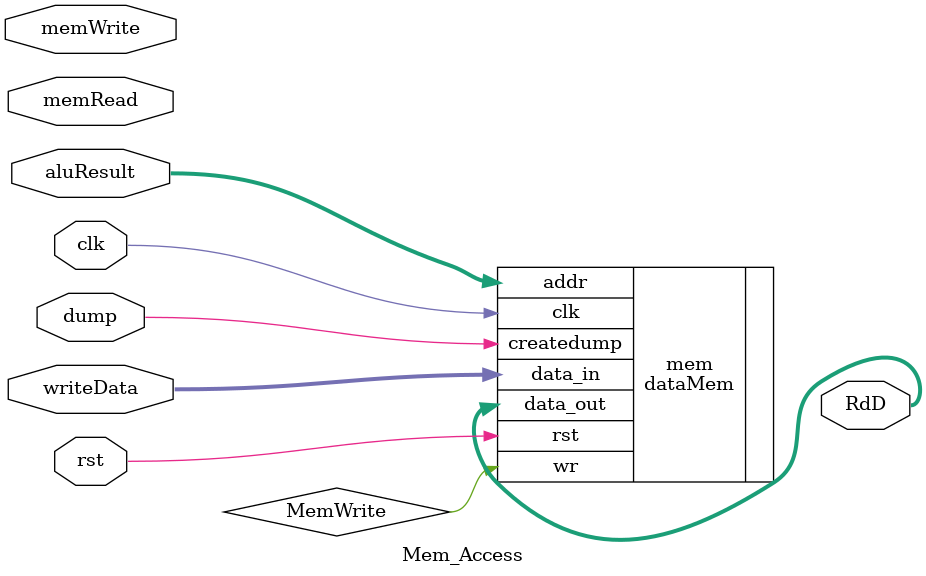
<source format=v>
module Mem_Access(aluResult,writeData,
RdD,memWrite,memRead,dump,clk,rst);

input [15:0] aluResult,writeData;
input memWrite,memRead,dump,clk,rst;
output [15:0] RdD;

wire memReadorWrite,wr;
//Instantiate Provided Memory Module
dataMem mem(.data_out(RdD),.data_in(writeData),.addr(aluResult)
		,.wr(MemWrite),.createdump(dump)
		,.clk(clk),.rst(rst));

//logic for enable
assign memReadorWrite = memRead|MemWrite;

endmodule




</source>
